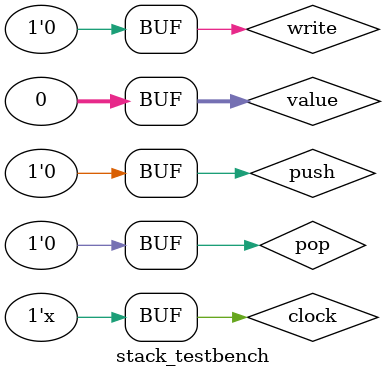
<source format=v>
module stack_testbench ();

reg clock, write, push, pop;
reg [31:0] value;
wire [5:0] count;
wire error;
wire [31:0] top, next;
    

stack s(
    .clock (clock), 
    .push (push),
    .pop (pop),
    .write (write),
    .value (value),
    .top (top),
    .next (next),
    .count (count),
    .error (error)
);

initial
begin
clock = 0;
value = 1;
write = 1;
push = 0;
pop = 0;
#20

value = 2;
write = 1;
push = 0;
pop = 0;
#20

value = 0;
write = 0;
push = 1;
pop = 0;
#20

value = 3;
write = 1;
push = 0;
pop = 0;
#20


value = 0;
write = 0;
push = 1;
pop = 0;
#20

value = 4;
write = 1;
push = 0;
pop = 0;
#20


value = 0;
write = 0;
push = 0;
pop = 1;
#20


value = 0;
write = 0;
push = 0;
pop = 1;
#20

value = 0;
write = 0;
push = 0;
pop = 1;
#20

value = 0;
write = 0;
push = 0;
pop = 0;

end

always
begin
    #10;
    clock = !clock;
end

initial
$monitor("top = %d next = %d write = %b value = %d push = %b pop = %b error = %b count = %d", top, next, write, value, push, pop, error, count);

initial
$dumpvars;

endmodule

</source>
